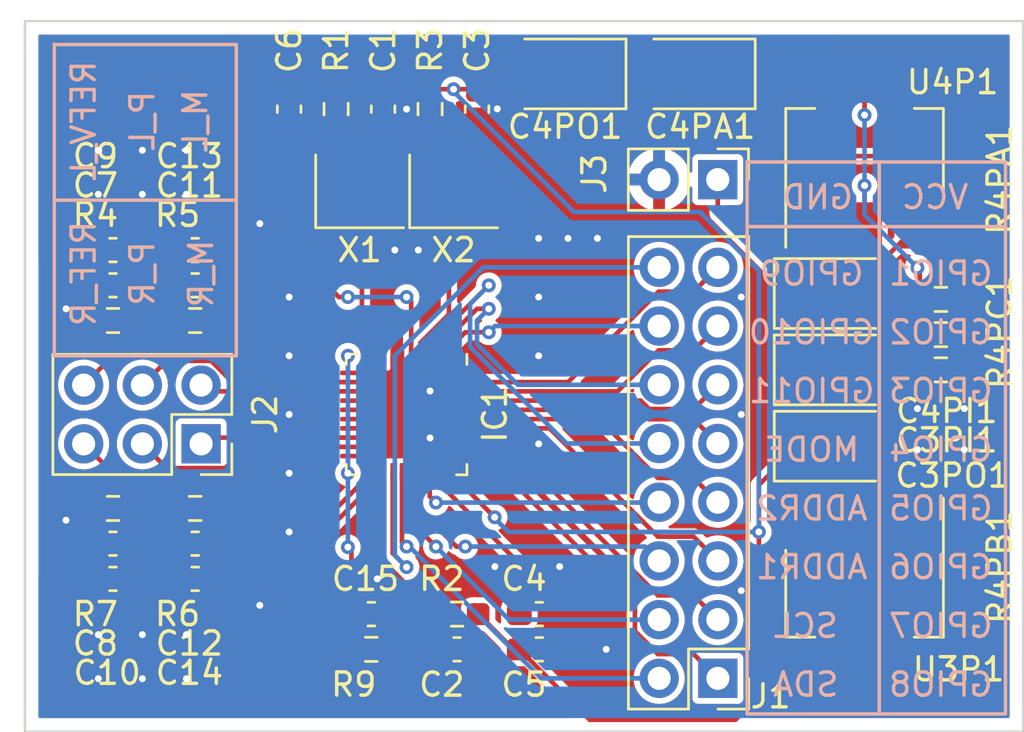
<source format=kicad_pcb>
(kicad_pcb (version 20211014) (generator pcbnew)
  (layers (0 "F.Cu" signal) (31 "B.Cu" signal) (34 "B.Paste" user) (35 "F.Paste" user) (36 "B.SilkS" user "B.Silkscreen") (37 "F.SilkS" user "F.Silkscreen") (38 "B.Mask" user) (39 "F.Mask" user) (44 "Edge.Cuts" user))
  (net 0 "")
  (net 1 "GNDD")
  (net 2 "+3V3")
  (net 3 "Net-(C2-Pad1)")
  (net 4 "Net-(C4-Pad1)")
  (net 5 "+4V")
  (net 6 "Net-(C7-Pad2)")
  (net 7 "Net-(C10-Pad2)")
  (net 8 "Net-(C13-Pad1)")
  (net 9 "Net-(C14-Pad1)")
  (net 10 "GNDA")
  (net 11 "Net-(IC1-Pad1)")
  (net 12 "Net-(IC1-Pad2)")
  (net 13 "Net-(IC1-Pad3)")
  (net 14 "Net-(IC1-Pad4)")
  (net 15 "Net-(IC1-Pad8)")
  (net 16 "Net-(IC1-Pad12)")
  (net 17 "Net-(IC1-Pad13)")
  (net 22 "Net-(IC1-Pad18)")
  (net 23 "Net-(IC1-Pad19)")
  (net 24 "Net-(IC1-Pad24)")
  (net 25 "Net-(IC1-Pad25)")
  (net 26 "Net-(IC1-Pad26)")
  (net 27 "Net-(IC1-Pad27)")
  (net 28 "Net-(IC1-Pad28)")
  (net 29 "Net-(IC1-Pad32)")
  (net 30 "Net-(IC1-Pad33)")
  (net 31 "Net-(IC1-Pad34)")
  (net 32 "Net-(IC1-Pad35)")
  (net 33 "Net-(IC1-Pad36)")
  (net 34 "Net-(IC1-Pad37)")
  (net 35 "Net-(IC1-Pad38)")
  (net 36 "Net-(IC1-Pad39)")
  (net 37 "Net-(U4P1-Pad3)")
  (net 38 "Net-(R1-Pad1)")
  (net 39 "Net-(R3-Pad1)")
  (net 40 "Net-(U4P1-Pad1)")
  (net 41 "Net-(R4PB1-Pad2)")
  (footprint "Capacitor_Tantalum_SMD:CP_EIA-3528-21_Kemet-B_Pad1.50x2.35mm_HandSolder" (layer "F.Cu") (at 163.322 119.99)
    (fp_text reference "C3PI1")
    (fp_text value "10uf")
  )
  (footprint "Capacitor_SMD:C_0603_1608Metric_Pad1.08x0.95mm_HandSolder" (layer "F.Cu") (at 146.9655 132.08)
    (fp_text reference "C2")
    (fp_text value "4u7")
  )
  (footprint "Capacitor_SMD:C_0603_1608Metric_Pad1.08x0.95mm_HandSolder" (layer "F.Cu") (at 132.08 129.032)
    (fp_text reference "C10")
    (fp_text value "0.1u")
  )
  (footprint "Connector_PinHeader_2.54mm:PinHeader_1x02_P2.54mm_Vertical" (layer "F.Cu") (at 158.242 111.76 -90)
    (fp_text reference "J3")
    (fp_text value "Conn_01x02_Male")
  )
  (footprint "Capacitor_Tantalum_SMD:CP_EIA-3528-21_Kemet-B_Pad1.50x2.35mm_HandSolder" (layer "F.Cu") (at 157.226 107.188 180)
    (fp_text reference "C4PA1")
    (fp_text value "10uf")
  )
  (footprint "Capacitor_SMD:C_0603_1608Metric_Pad1.08x0.95mm_HandSolder" (layer "F.Cu") (at 143.256 130.556)
    (fp_text reference "C15")
    (fp_text value "10u")
  )
  (footprint "Capacitor_SMD:C_0603_1608Metric_Pad1.08x0.95mm_HandSolder" (layer "F.Cu") (at 135.636 114.808 180)
    (fp_text reference "C13")
    (fp_text value "4u7")
  )
  (footprint "Capacitor_SMD:C_0603_1608Metric_Pad1.08x0.95mm_HandSolder" (layer "F.Cu") (at 132.08 127.508)
    (fp_text reference "C8")
    (fp_text value "10u")
  )
  (footprint "Capacitor_SMD:C_0603_1608Metric_Pad1.08x0.95mm_HandSolder" (layer "F.Cu") (at 135.636 127.508 180)
    (fp_text reference "C12")
    (fp_text value "1u")
  )
  (footprint "Resistor_SMD:R_0603_1608Metric_Pad0.98x0.95mm_HandSolder" (layer "F.Cu") (at 143.256 132.08)
    (fp_text reference "R9")
    (fp_text value "470")
  )
  (footprint "Capacitor_SMD:C_0603_1608Metric_Pad1.08x0.95mm_HandSolder" (layer "F.Cu") (at 132.08 116.332)
    (fp_text reference "C7")
    (fp_text value "10u")
  )
  (footprint "Package_TO_SOT_SMD:SOT-223-3_TabPin2" (layer "F.Cu") (at 164.592 129.642 -90)
    (fp_text reference "U3P1")
    (fp_text value "LM1117-3.3")
  )
  (footprint "Capacitor_SMD:C_0603_1608Metric_Pad1.08x0.95mm_HandSolder" (layer "F.Cu") (at 147.828 108.712 90)
    (fp_text reference "C3")
    (fp_text value "0.1u")
  )
  (footprint "Capacitor_SMD:C_0603_1608Metric_Pad1.08x0.95mm_HandSolder" (layer "F.Cu") (at 135.636 116.332)
    (fp_text reference "C11")
    (fp_text value "1u")
  )
  (footprint "Resistor_SMD:R_0603_1608Metric_Pad0.98x0.95mm_HandSolder" (layer "F.Cu") (at 145.796 108.712 90)
    (fp_text reference "R3")
    (fp_text value "47k")
  )
  (footprint "Resistor_SMD:R_0603_1608Metric_Pad0.98x0.95mm_HandSolder" (layer "F.Cu") (at 167.894 118.466)
    (fp_text reference "R4PB1")
    (fp_text value "2k2")
  )
  (footprint "Package_DFN_QFN:QFN-40-1EP_5x5mm_P0.4mm_EP3.8x3.8mm" (layer "F.Cu") (at 144.78 121.92 -90)
    (fp_text reference "IC1")
    (fp_text value "ES9822QPRO")
  )
  (footprint "Resistor_SMD:R_0603_1608Metric_Pad0.98x0.95mm_HandSolder" (layer "F.Cu") (at 167.894 119.99)
    (fp_text reference "R4PC1")
    (fp_text value "400")
  )
  (footprint "Capacitor_SMD:C_0603_1608Metric_Pad1.08x0.95mm_HandSolder" (layer "F.Cu") (at 132.08 114.808)
    (fp_text reference "C9")
    (fp_text value "0.1u")
  )
  (footprint "Resistor_SMD:R_0603_1608Metric_Pad0.98x0.95mm_HandSolder" (layer "F.Cu") (at 135.636 125.984)
    (fp_text reference "R6")
    (fp_text value "10k")
  )
  (footprint "Connector_PinHeader_2.54mm:PinHeader_2x08_P2.54mm_Vertical" (layer "F.Cu") (at 158.247 133.335 180)
    (fp_text reference "J1")
    (fp_text value "Conn_02x08_Counter_Clockwise")
  )
  (footprint "Capacitor_SMD:C_0603_1608Metric_Pad1.08x0.95mm_HandSolder" (layer "F.Cu") (at 139.7 108.712 90)
    (fp_text reference "C6")
    (fp_text value "1u")
  )
  (footprint "Capacitor_SMD:C_0603_1608Metric_Pad1.08x0.95mm_HandSolder" (layer "F.Cu") (at 135.636 129.032 180)
    (fp_text reference "C14")
    (fp_text value "4u7")
  )
  (footprint "Capacitor_Tantalum_SMD:CP_EIA-3528-21_Kemet-B_Pad1.50x2.35mm_HandSolder" (layer "F.Cu") (at 163.322 116.688)
    (fp_text reference "C4PI1")
    (fp_text value "10uf")
  )
  (footprint "Package_TO_SOT_SMD:SOT-223-3_TabPin2" (layer "F.Cu") (at 164.592 110.592 90)
    (fp_text reference "U4P1")
    (fp_text value "LM1117-ADJ")
  )
  (footprint "Capacitor_SMD:C_0603_1608Metric_Pad1.08x0.95mm_HandSolder" (layer "F.Cu") (at 143.764 108.712 90)
    (fp_text reference "C1")
    (fp_text value "0.1u")
  )
  (footprint "Capacitor_SMD:C_0603_1608Metric_Pad1.08x0.95mm_HandSolder" (layer "F.Cu") (at 150.5215 130.556)
    (fp_text reference "C4")
    (fp_text value "1u")
  )
  (footprint "Resistor_SMD:R_0603_1608Metric_Pad0.98x0.95mm_HandSolder" (layer "F.Cu") (at 146.9655 130.556 180)
    (fp_text reference "R2")
    (fp_text value "47k")
  )
  (footprint "Capacitor_SMD:C_0603_1608Metric_Pad1.08x0.95mm_HandSolder" (layer "F.Cu") (at 150.5215 132.08)
    (fp_text reference "C5")
    (fp_text value "1u")
  )
  (footprint "Resistor_SMD:R_0603_1608Metric_Pad0.98x0.95mm_HandSolder" (layer "F.Cu") (at 141.732 108.712 90)
    (fp_text reference "R1")
    (fp_text value "47k")
  )
  (footprint "Oscillator:Oscillator_SMD_Abracon_ASE-4Pin_3.2x2.5mm" (layer "F.Cu") (at 146.812 112.268)
    (fp_text reference "X2")
    (fp_text value "ASE-45.1584MHz")
  )
  (footprint "Resistor_SMD:R_0603_1608Metric_Pad0.98x0.95mm_HandSolder" (layer "F.Cu") (at 132.08 117.856 180)
    (fp_text reference "R4")
    (fp_text value "10k")
  )
  (footprint "Connector_PinSocket_2.54mm:PinSocket_2x03_P2.54mm_Vertical" (layer "F.Cu") (at 135.89 123.19 -90)
    (fp_text reference "J2")
    (fp_text value "Conn_02x03_Counter_Clockwise")
  )
  (footprint "Resistor_SMD:R_0603_1608Metric_Pad0.98x0.95mm_HandSolder" (layer "F.Cu") (at 167.894 116.942)
    (fp_text reference "R4PA1")
    (fp_text value "1k")
  )
  (footprint "Resistor_SMD:R_0603_1608Metric_Pad0.98x0.95mm_HandSolder" (layer "F.Cu") (at 135.636 117.856)
    (fp_text reference "R5")
    (fp_text value "10k")
  )
  (footprint "Resistor_SMD:R_0603_1608Metric_Pad0.98x0.95mm_HandSolder" (layer "F.Cu") (at 132.08 125.984 180)
    (fp_text reference "R7")
    (fp_text value "10k")
  )
  (footprint "Capacitor_Tantalum_SMD:CP_EIA-3528-21_Kemet-B_Pad1.50x2.35mm_HandSolder" (layer "F.Cu") (at 163.322 123.292)
    (fp_text reference "C3PO1")
    (fp_text value "100uf")
  )
  (footprint "Capacitor_Tantalum_SMD:CP_EIA-3528-21_Kemet-B_Pad1.50x2.35mm_HandSolder" (layer "F.Cu") (at 151.638 107.188 180)
    (fp_text reference "C4PO1")
    (fp_text value "100uf")
  )
  (footprint "Oscillator:Oscillator_SMD_Abracon_ASE-4Pin_3.2x2.5mm" (layer "F.Cu") (at 142.748 112.268)
    (fp_text reference "X1")
    (fp_text value "ASE-49.152MHz")
  )
  (gr_line (start 165.227 110.998) (end 165.227 134.874) (layer "B.SilkS") (width 0.15))
  (gr_rect (start 170.688 110.998) (end 159.512 134.874) (layer "B.SilkS") (width 0.15) (fill none))
  (gr_line (start 159.512 113.792) (end 170.688 113.792) (layer "B.SilkS") (width 0.15))
  (gr_rect (start 137.414 119.38) (end 129.54 105.918) (layer "B.SilkS") (width 0.15) (fill none))
  (gr_line (start 129.54 112.649) (end 137.414 112.649) (layer "B.SilkS") (width 0.15))
  (gr_rect (start 128.27 104.902) (end 171.45 135.636) (layer "Edge.Cuts") (width 0.1) (fill none))
  (gr_text "P_R" (at 133.35 115.824 90) (layer "B.SilkS") (effects (font (size 1 1)) (justify mirror)))
  (gr_text "GPIO8" (at 167.894 133.604) (layer "B.SilkS") (effects (font (size 1 1)) (justify mirror)))
  (gr_text "GPIO10" (at 162.306 118.364) (layer "B.SilkS") (effects (font (size 1 1)) (justify mirror)))
  (gr_text "SCL" (at 162.052 131.064) (layer "B.SilkS") (effects (font (size 1 1)) (justify mirror)))
  (gr_text "GPIO6" (at 167.894 128.524) (layer "B.SilkS") (effects (font (size 1 1)) (justify mirror)))
  (gr_text "ADDR1" (at 162.306 128.524) (layer "B.SilkS") (effects (font (size 1 1)) (justify mirror)))
  (gr_text "GPIO11" (at 162.306 120.904) (layer "B.SilkS") (effects (font (size 1 1)) (justify mirror)))
  (gr_text "ADDR2" (at 162.306 125.984) (layer "B.SilkS") (effects (font (size 1 1)) (justify mirror)))
  (gr_text "GPIO7" (at 167.894 131.064) (layer "B.SilkS") (effects (font (size 1 1)) (justify mirror)))
  (gr_text "GPIO2" (at 167.894 118.364) (layer "B.SilkS") (effects (font (size 1 1)) (justify mirror)))
  (gr_text "M_L" (at 135.636 109.22 90) (layer "B.SilkS") (effects (font (size 1 1)) (justify mirror)))
  (gr_text "GPIO5" (at 167.894 125.984) (layer "B.SilkS") (effects (font (size 1 1)) (justify mirror)))
  (gr_text "MODE" (at 162.306 123.444) (layer "B.SilkS") (effects (font (size 1 1)) (justify mirror)))
  (gr_text "REFV_L" (at 130.81 109.22 90) (layer "B.SilkS") (effects (font (size 1 1)) (justify mirror)))
  (gr_text "GPIO4" (at 167.894 123.444) (layer "B.SilkS") (effects (font (size 1 1)) (justify mirror)))
  (gr_text "GND" (at 162.56 112.522) (layer "B.SilkS") (effects (font (size 1 1)) (justify mirror)))
  (gr_text "GPIO1" (at 167.894 115.824) (layer "B.SilkS") (effects (font (size 1 1)) (justify mirror)))
  (gr_text "GPIO9" (at 162.306 115.824) (layer "B.SilkS") (effects (font (size 1 1)) (justify mirror)))
  (gr_text "P_L" (at 133.35 109.22 90) (layer "B.SilkS") (effects (font (size 1 1)) (justify mirror)))
  (gr_text "GPIO3" (at 167.894 120.904) (layer "B.SilkS") (effects (font (size 1 1)) (justify mirror)))
  (gr_text "M_R" (at 135.89 115.824 90) (layer "B.SilkS") (effects (font (size 1 1)) (justify mirror)))
  (gr_text "SDA" (at 162.052 133.604) (layer "B.SilkS") (effects (font (size 1 1)) (justify mirror)))
  (gr_text "REF_R" (at 130.81 115.824 90) (layer "B.SilkS") (effects (font (size 1 1)) (justify mirror)))
  (gr_text "VCC\n" (at 167.64 112.522) (layer "B.SilkS") (effects (font (size 1 1)) (justify mirror)))
  (segment (start 135.128 116.332) (end 135.76148 116.96548) (width 0.2) (layer "F.Cu") (net 1))
  (segment (start 151.384 127.508) (end 151.384 128.484) (width 0.2) (layer "F.Cu") (net 1))
  (segment (start 144.58 119.4325) (end 144.58 121.72) (width 0.2) (layer "F.Cu") (net 1))
  (segment (start 147.828 119.38) (end 147.828 119.888) (width 0.2) (layer "F.Cu") (net 1))
  (segment (start 136.144 124.968) (end 139.192 124.968) (width 0.2) (layer "F.Cu") (net 1))
  (segment (start 147.2675 123.72) (end 146.58 123.72) (width 0.2) (layer "F.Cu") (net 1))
  (segment (start 144.18 119.4325) (end 144.18 121.32) (width 0.2) (layer "F.Cu") (net 1))
  (segment (start 147.2675 123.72) (end 147.596 123.72) (width 0.2) (layer "F.Cu") (net 1))
  (segment (start 144.78 108.712) (end 143.9175 109.5745) (width 0.2) (layer "F.Cu") (net 1))
  (segment (start 151.384 128.484) (end 151.4 128.5) (width 0.2) (layer "F.Cu") (net 1))
  (segment (start 144.1185 130.556) (end 144.1185 132.03) (width 0.2) (layer "F.Cu") (net 1))
  (segment (start 135.76148 126.52002) (end 135.76148 125.35052) (width 0.2) (layer "F.Cu") (net 1))
  (segment (start 134.7735 116.332) (end 135.128 116.332) (width 0.2) (layer "F.Cu") (net 1))
  (segment (start 145.796 120.904) (end 144.78 121.92) (width 0.2) (layer "F.Cu") (net 1))
  (segment (start 147.828 119.888) (end 147.596 120.12) (width 0.2) (layer "F.Cu") (net 1))
  (segment (start 136.472969 119.200969) (end 139.520969 119.200969) (width 0.2) (layer "F.Cu") (net 1))
  (segment (start 146.58 120.12) (end 145.796 120.904) (width 0.2) (layer "F.Cu") (net 1))
  (segment (start 144.58 121.72) (end 144.78 121.92) (width 0.2) (layer "F.Cu") (net 1))
  (segment (start 134.7735 127.508) (end 135.76148 126.52002) (width 0.2) (layer "F.Cu") (net 1))
  (segment (start 146.58 123.72) (end 145.796 122.936) (width 0.2) (layer "F.Cu") (net 1))
  (segment (start 135.76148 125.35052) (end 136.144 124.968) (width 0.2) (layer "F.Cu") (net 1))
  (segment (start 147.2675 120.12) (end 146.58 120.12) (width 0.2) (layer "F.Cu") (net 1))
  (segment (start 147.596 120.12) (end 147.2675 120.12) (width 0.2) (layer "F.Cu") (net 1))
  (segment (start 144.18 121.32) (end 144.78 121.92) (width 0.2) (layer "F.Cu") (net 1))
  (segment (start 144.94302 132.85452) (end 147.05348 132.85452) (width 0.2) (layer "F.Cu") (net 1))
  (segment (start 135.76148 118.48948) (end 136.472969 119.200969) (width 0.2) (layer "F.Cu") (net 1))
  (segment (start 147.05348 132.85452) (end 147.828 132.08) (width 0.2) (layer "F.Cu") (net 1))
  (segment (start 143.9175 109.5745) (end 143.764 109.5745) (width 0.2) (layer "F.Cu") (net 1))
  (segment (start 144.1685 132.08) (end 144.94302 132.85452) (width 0.2) (layer "F.Cu") (net 1))
  (segment (start 150.495 119.38) (end 147.828 119.38) (width 0.2) (layer "F.Cu") (net 1))
  (segment (start 145.796 122.936) (end 144.78 121.92) (width 0.2) (layer "F.Cu") (net 1))
  (segment (start 144.1185 132.03) (end 144.1685 132.08) (width 0.2) (layer "F.Cu") (net 1))
  (segment (start 139.520969 119.200969) (end 139.7 119.38) (width 0.2) (layer "F.Cu") (net 1))
  (segment (start 139.192 124.968) (end 139.7 124.46) (width 0.2) (layer "F.Cu") (net 1))
  (segment (start 147.596 123.72) (end 151.384 127.508) (width 0.2) (layer "F.Cu") (net 1))
  (segment (start 148.70375 108.69875) (end 147.828 109.5745) (width 0.2) (layer "F.Cu") (net 1))
  (segment (start 135.76148 116.96548) (end 135.76148 118.48948) (width 0.2) (layer "F.Cu") (net 1))
  (via (at 159.258 116.84) (size 0.6) (drill 0.3) (layers "F.Cu" "B.Cu") (net 1))
  (via (at 130.048 117.348) (size 0.6) (drill 0.3) (layers "F.Cu" "B.Cu") (net 1))
  (via (at 151.4 128.5) (size 0.6) (drill 0.3) (layers "F.Cu" "B.Cu") (net 1))
  (via (at 150.495 119.38) (size 0.6) (drill 0.3) (layers "F.Cu" "B.Cu") (net 1))
  (via (at 135.255 110.49) (size 0.6) (drill 0.3) (layers "F.Cu" "B.Cu") (net 1))
  (via (at 139.7 119.38) (size 0.6) (drill 0.3) (layers "F.Cu" "B.Cu") (net 1))
  (via (at 130.048 126.492) (size 0.6) (drill 0.3) (layers "F.Cu" "B.Cu") (net 1))
  (via (at 131.445 131.445) (size 0.6) (drill 0.3) (layers "F.Cu" "B.Cu") (net 1))
  (via (at 153.035 114.3) (size 0.6) (drill 0.3) (layers "F.Cu" "B.Cu") (net 1))
  (via (at 131.445 110.49) (size 0.6) (drill 0.3) (layers "F.Cu" "B.Cu") (net 1))
  (via (at 135.255 112.395) (size 0.6) (drill 0.3) (layers "F.Cu" "B.Cu") (net 1))
  (via (at 148.6 128.5) (size 0.6) (drill 0.3) (layers "F.Cu" "B.Cu") (net 1))
  (via (at 131.445 133.35) (size 0.6) (drill 0.3) (layers "F.Cu" "B.Cu") (net 1))
  (via (at 159.258 129.54) (size 0.6) (drill 0.3) (layers "F.Cu" "B.Cu") (net 1))
  (via (at 138.43 130.175) (size 0.6) (drill 0.3) (layers "F.Cu" "B.Cu") (net 1))
  (via (at 133.35 112.395) (size 0.6) (drill 0.3) (layers "F.Cu" "B.Cu") (net 1))
  (via (at 144.272 114.808) (size 0.6) (drill 0.3) (layers "F.Cu" "B.Cu") (net 1))
  (via (at 133.35 133.35) (size 0.6) (drill 0.3) (layers "F.Cu" "B.Cu") (net 1))
  (via (at 150.495 114.3) (size 0.6) (drill 0.3) (layers "F.Cu" "B.Cu") (net 1))
  (via (at 133.35 110.49) (size 0.6) (drill 0.3) (layers "F.Cu" "B.Cu") (net 1))
  (via (at 150.495 123.19) (size 0.6) (drill 0.3) (layers "F.Cu" "B.Cu") (net 1))
  (via (at 148.70375 108.69875) (size 0.6) (drill 0.3) (layers "F.Cu" "B.Cu") (net 1))
  (via (at 153.416 132.08) (size 0.6) (drill 0.3) (layers "F.Cu" "B.Cu") (net 1))
  (via (at 159.258 121.92) (size 0.6) (drill 0.3) (layers "F.Cu" "B.Cu") (net 1))
  (via (at 151.765 114.3) (size 0.6) (drill 0.3) (layers "F.Cu" "B.Cu") (net 1))
  (via (at 166.878 123.444) (size 0.6) (drill 0.3) (layers "F.Cu" "B.Cu") (net 1))
  (via (at 139.7 124.46) (size 0.6) (drill 0.3) (layers "F.Cu" "B.Cu") (net 1))
  (via (at 145.796 120.904) (size 0.6) (drill 0.3) (layers "F.Cu" "B.Cu") (net 1))
  (via (at 144.78 108.712) (size 0.6) (drill 0.3) (layers "F.Cu" "B.Cu") (net 1))
  (via (at 150.495 116.84) (size 0.6) (drill 0.3) (layers "F.Cu" "B.Cu") (net 1))
  (via (at 145.796 122.936) (size 0.6) (drill 0.3) (layers "F.Cu" "B.Cu") (net 1))
  (via (at 133.35 131.445) (size 0.6) (drill 0.3) (layers "F.Cu" "B.Cu") (net 1))
  (via (at 139.7 127) (size 0.6) (drill 0.3) (layers "F.Cu" "B.Cu") (net 1))
  (via (at 168.91 121.666) (size 0.6) (drill 0.3) (layers "F.Cu" "B.Cu") (net 1))
  (via (at 168.91 123.444) (size 0.6) (drill 0.3) (layers "F.Cu" "B.Cu") (net 1))
  (via (at 139.7 121.92) (size 0.6) (drill 0.3) (layers "F.Cu" "B.Cu") (net 1))
  (via (at 138.43 113.665) (size 0.6) (drill 0.3) (layers "F.Cu" "B.Cu") (net 1))
  (via (at 143.51 129.032) (size 0.6) (drill 0.3) (layers "F.Cu" "B.Cu") (net 1))
  (via (at 145.288 114.808) (size 0.6) (drill 0.3) (layers "F.Cu" "B.Cu") (net 1))
  (via (at 135.255 131.445) (size 0.6) (drill 0.3) (layers "F.Cu" "B.Cu") (net 1))
  (via (at 131.445 112.395) (size 0.6) (drill 0.3) (layers "F.Cu" "B.Cu") (net 1))
  (via (at 135.255 133.35) (size 0.6) (drill 0.3) (layers "F.Cu" "B.Cu") (net 1))
  (via (at 166.878 121.666) (size 0.6) (drill 0.3) (layers "F.Cu" "B.Cu") (net 1))
  (via (at 139.7 116.84) (size 0.6) (drill 0.3) (layers "F.Cu" "B.Cu") (net 1))
  (segment (start 160.02 127) (end 160.02 124.969) (width 0.2) (layer "F.Cu") (net 2))
  (segment (start 146.6325 124.4075) (end 148.59 126.365) (width 0.2) (layer "F.Cu") (net 2))
  (segment (start 146.57052 108.57402) (end 146.57052 110.63448) (width 0.2) (layer "F.Cu") (net 2))
  (segment (start 164.592 132.792) (end 161.24 132.792) (width 0.2) (layer "F.Cu") (net 2))
  (segment (start 146.9125 107.8495) (end 145.846 107.8495) (width 0.2) (layer "F.Cu") (net 2))
  (segment (start 152.707 135.128) (end 159.004 135.128) (width 0.2) (layer "F.Cu") (net 2))
  (segment (start 160.02 124.969) (end 161.697 123.292) (width 0.2) (layer "F.Cu") (net 2))
  (segment (start 141.732 107.7995) (end 142.50652 108.57402) (width 0.2) (layer "F.Cu") (net 2))
  (segment (start 161.24 132.792) (end 160.02 131.572) (width 0.2) (layer "F.Cu") (net 2))
  (segment (start 160.02 131.572) (end 160.02 127) (width 0.2) (layer "F.Cu") (net 2))
  (segment (start 164.592 126.492) (end 164.592 132.792) (width 0.2) (layer "F.Cu") (net 2))
  (segment (start 145.796 107.7995) (end 143.814 107.7995) (width 0.2) (layer "F.Cu") (net 2))
  (segment (start 143.814 107.7995) (end 143.764 107.8495) (width 0.2) (layer "F.Cu") (net 2))
  (segment (start 149.402 132.08) (end 149.659 132.08) (width 0.2) (layer "F.Cu") (net 2))
  (segment (start 142.50652 110.63448) (end 141.698 111.443) (width 0.2) (layer "F.Cu") (net 2))
  (segment (start 146.58 124.4075) (end 146.6325 124.4075) (width 0.2) (layer "F.Cu") (net 2))
  (segment (start 159.004 135.128) (end 160.02 134.112) (width 0.2) (layer "F.Cu") (net 2))
  (segment (start 145.796 107.7995) (end 146.57052 108.57402) (width 0.2) (layer "F.Cu") (net 2))
  (segment (start 160.02 134.112) (end 161.34 132.792) (width 0.2) (layer "F.Cu") (net 2))
  (segment (start 145.846 107.8495) (end 145.796 107.7995) (width 0.2) (layer "F.Cu") (net 2))
  (segment (start 160.02 134.112) (end 160.02 132.842) (width 0.2) (layer "F.Cu") (net 2))
  (segment (start 142.50652 108.57402) (end 142.50652 110.63448) (width 0.2) (layer "F.Cu") (net 2))
  (segment (start 160.02 132.842) (end 160.02 131.572) (width 0.2) (layer "F.Cu") (net 2))
  (segment (start 149.659 132.08) (end 152.707 135.128) (width 0.2) (layer "F.Cu") (net 2))
  (segment (start 143.764 107.8495) (end 141.782 107.8495) (width 0.2) (layer "F.Cu") (net 2))
  (segment (start 147.878 130.556) (end 149.402 132.08) (width 0.2) (layer "F.Cu") (net 2))
  (segment (start 146.57052 110.63448) (end 145.762 111.443) (width 0.2) (layer "F.Cu") (net 2))
  (segment (start 141.782 107.8495) (end 141.732 107.7995) (width 0.2) (layer "F.Cu") (net 2))
  (segment (start 147.828 107.8495) (end 146.9125 107.8495) (width 0.2) (layer "F.Cu") (net 2))
  (segment (start 160.07 132.792) (end 160.02 132.842) (width 0.2) (layer "F.Cu") (net 2))
  (segment (start 161.34 132.792) (end 161.29 132.842) (width 0.2) (layer "F.Cu") (net 2))
  (segment (start 161.34 132.792) (end 160.07 132.792) (width 0.2) (layer "F.Cu") (net 2))
  (segment (start 161.34 132.792) (end 164.592 132.792) (width 0.2) (layer "F.Cu") (net 2))
  (via (at 160.02 127) (size 0.6) (drill 0.3) (layers "F.Cu" "B.Cu") (net 2))
  (via (at 146.812 107.8495) (size 0.6) (drill 0.3) (layers "F.Cu" "B.Cu") (net 2))
  (via (at 148.59 126.365) (size 0.6) (drill 0.3) (layers "F.Cu" "B.Cu") (net 2))
  (segment (start 160.02 127) (end 149.183822 127) (width 0.2) (layer "B.Cu") (net 2))
  (segment (start 157.481166 113.163511) (end 152.025511 113.163511) (width 0.2) (layer "B.Cu") (net 2))
  (segment (start 149.183822 127) (end 148.759911 126.576089) (width 0.2) (layer "B.Cu") (net 2))
  (segment (start 160.02 127) (end 160.02 115.702345) (width 0.2) (layer "B.Cu") (net 2))
  (segment (start 152.025511 113.163511) (end 146.812 107.95) (width 0.2) (layer "B.Cu") (net 2))
  (segment (start 160.02 115.702345) (end 157.481166 113.163511) (width 0.2) (layer "B.Cu") (net 2))
  (segment (start 146.053 130.556) (end 143.78 128.283) (width 0.2) (layer "F.Cu") (net 3))
  (segment (start 143.78 128.283) (end 143.78 124.4075) (width 0.2) (layer "F.Cu") (net 3))
  (segment (start 146.103 132.08) (end 146.103 130.606) (width 0.2) (layer "F.Cu") (net 3))
  (segment (start 146.103 130.606) (end 146.053 130.556) (width 0.2) (layer "F.Cu") (net 3))
  (segment (start 149.613705 128.323) (end 146.18 124.889295) (width 0.2) (layer "F.Cu") (net 4))
  (segment (start 149.659 130.556) (end 149.659 128.323) (width 0.2) (layer "F.Cu") (net 4))
  (segment (start 146.18 124.889295) (end 146.18 124.4075) (width 0.2) (layer "F.Cu") (net 4))
  (segment (start 149.659 128.323) (end 149.613705 128.323) (width 0.2) (layer "F.Cu") (net 4))
  (segment (start 138.92548 108.79998) (end 138.92548 107.32706) (width 0.2) (layer "F.Cu") (net 5))
  (segment (start 153.398862 107.188) (end 153.263 107.188) (width 0.2) (layer "F.Cu") (net 5))
  (segment (start 130.69506 114.03348) (end 135.36948 114.03348) (width 0.2) (layer "F.Cu") (net 5))
  (segment (start 140.58854 105.664) (end 151.739 105.664) (width 0.2) (layer "F.Cu") (net 5))
  (segment (start 136.5485 125.984) (end 141.732 125.984) (width 0.2) (layer "F.Cu") (net 5))
  (segment (start 136.4985 116.332) (end 136.4985 117.806) (width 0.2) (layer "F.Cu") (net 5))
  (segment (start 154.873382 105.71348) (end 153.398862 107.188) (width 0.2) (layer "F.Cu") (net 5))
  (segment (start 129.032 128.524) (end 129.032 115.69654) (width 0.2) (layer "F.Cu") (net 5))
  (segment (start 135.36948 114.03348) (end 135.636 114.3) (width 0.2) (layer "F.Cu") (net 5))
  (segment (start 136.4985 116.332) (end 135.636 115.4695) (width 0.2) (layer "F.Cu") (net 5))
  (segment (start 139.7 114.693988) (end 141.846012 116.84) (width 0.2) (layer "F.Cu") (net 5))
  (segment (start 141.732 117.856) (end 142.98 119.104) (width 0.2) (layer "F.Cu") (net 5))
  (segment (start 135.636 129.46646) (end 135.29594 129.80652) (width 0.2) (layer "F.Cu") (net 5))
  (segment (start 136.4985 127.508) (end 135.636 128.3705) (width 0.2) (layer "F.Cu") (net 5))
  (segment (start 164.592 113.742) (end 164.592 112.014) (width 0.2) (layer "F.Cu") (net 5))
  (segment (start 139.7 109.5745) (end 139.7 114.693988) (width 0.2) (layer "F.Cu") (net 5))
  (segment (start 138.92548 107.32706) (end 140.58854 105.664) (width 0.2) (layer "F.Cu") (net 5))
  (segment (start 141.732 125.984) (end 142.98 124.736) (width 0.2) (layer "F.Cu") (net 5))
  (segment (start 162.86348 105.71348) (end 154.873382 105.71348) (width 0.2) (layer "F.Cu") (net 5))
  (segment (start 129.032 115.69654) (end 130.69506 114.03348) (width 0.2) (layer "F.Cu") (net 5))
  (segment (start 135.636 128.3705) (end 135.636 129.46646) (width 0.2) (layer "F.Cu") (net 5))
  (segment (start 135.636 113.6385) (end 139.7 109.5745) (width 0.2) (layer "F.Cu") (net 5))
  (segment (start 166.9815 116.942) (end 166.9815 115.6735) (width 0.2) (layer "F.Cu") (net 5))
  (segment (start 166.9815 115.6735) (end 166.878 115.57) (width 0.2) (layer "F.Cu") (net 5))
  (segment (start 135.636 115.4695) (end 135.636 113.792) (width 0.2) (layer "F.Cu") (net 5))
  (segment (start 142.98 124.736) (end 142.98 124.4075) (width 0.2) (layer "F.Cu") (net 5))
  (segment (start 135.39452 114.03348) (end 135.636 113.792) (width 0.2) (layer "F.Cu") (net 5))
  (segment (start 142.98 119.104) (end 142.98 119.4325) (width 0.2) (layer "F.Cu") (net 5))
  (segment (start 130.31452 129.80652) (end 129.032 128.524) (width 0.2) (layer "F.Cu") (net 5))
  (segment (start 135.29594 129.80652) (end 130.31452 129.80652) (width 0.2) (layer "F.Cu") (net 5))
  (segment (start 135.36948 114.03348) (end 135.39452 114.03348) (width 0.2) (layer "F.Cu") (net 5))
  (segment (start 136.4985 126.034) (end 136.5485 125.984) (width 0.2) (layer "F.Cu") (net 5))
  (segment (start 151.739 105.664) (end 153.263 107.188) (width 0.2) (layer "F.Cu") (net 5))
  (segment (start 144.98 119.4325) (end 144.98 117.04) (width 0.2) (layer "F.Cu") (net 5))
  (segment (start 139.7 109.5745) (end 138.92548 108.79998) (width 0.2) (layer "F.Cu") (net 5))
  (segment (start 136.4985 117.806) (end 136.5485 117.856) (width 0.2) (layer "F.Cu") (net 5))
  (segment (start 141.846012 116.84) (end 142.24 116.84) (width 0.2) (layer "F.Cu") (net 5))
  (segment (start 136.4985 127.508) (end 136.4985 126.034) (width 0.2) (layer "F.Cu") (net 5))
  (segment (start 164.592 107.442) (end 164.592 108.966) (width 0.2) (layer "F.Cu") (net 5))
  (segment (start 141.732 117.856) (end 136.5485 117.856) (width 0.2) (layer "F.Cu") (net 5))
  (segment (start 135.636 113.792) (end 135.636 113.6385) (width 0.2) (layer "F.Cu") (net 5))
  (segment (start 164.592 107.442) (end 162.86348 105.71348) (width 0.2) (layer "F.Cu") (net 5))
  (via (at 164.592 108.966) (size 0.6) (drill 0.3) (layers "F.Cu" "B.Cu") (net 5))
  (via (at 142.24 116.84) (size 0.6) (drill 0.3) (layers "F.Cu" "B.Cu") (net 5))
  (via (at 164.592 112.014) (size 0.6) (drill 0.3) (layers "F.Cu" "B.Cu") (net 5))
  (via (at 144.78 116.84) (size 0.6) (drill 0.3) (layers "F.Cu" "B.Cu") (net 5))
  (via (at 166.878 115.57) (size 0.6) (drill 0.3) (layers "F.Cu" "B.Cu") (net 5))
  (segment (start 164.592 113.284) (end 166.878 115.57) (width 0.2) (layer "B.Cu") (net 5))
  (segment (start 164.592 108.966) (end 164.592 112.014) (width 0.2) (layer "B.Cu") (net 5))
  (segment (start 142.24 116.84) (end 144.78 116.84) (width 0.2) (layer "B.Cu") (net 5))
  (segment (start 164.592 112.014) (end 164.592 113.284) (width 0.2) (layer "B.Cu") (net 5))
  (segment (start 132.9425 117.806) (end 132.9925 117.856) (width 0.2) (layer "F.Cu") (net 6))
  (segment (start 132.9925 117.856) (end 132.9925 118.4675) (width 0.2) (layer "F.Cu") (net 6))
  (segment (start 132.9425 116.332) (end 132.9425 117.806) (width 0.2) (layer "F.Cu") (net 6))
  (segment (start 132.9925 117.856) (end 134.7235 117.856) (width 0.2) (layer "F.Cu") (net 6))
  (segment (start 132.9925 118.4675) (end 130.81 120.65) (width 0.2) (layer "F.Cu") (net 6))
  (segment (start 132.9425 114.808) (end 132.9425 116.332) (width 0.2) (layer "F.Cu") (net 6))
  (segment (start 132.9925 127.458) (end 132.9425 127.508) (width 0.2) (layer "F.Cu") (net 7))
  (segment (start 132.9925 125.984) (end 132.9925 125.3725) (width 0.2) (layer "F.Cu") (net 7))
  (segment (start 132.9925 125.984) (end 134.7235 125.984) (width 0.2) (layer "F.Cu") (net 7))
  (segment (start 132.9925 125.984) (end 132.9925 127.458) (width 0.2) (layer "F.Cu") (net 7))
  (segment (start 132.9925 125.3725) (end 130.81 123.19) (width 0.2) (layer "F.Cu") (net 7))
  (segment (start 132.9425 127.508) (end 132.9425 129.032) (width 0.2) (layer "F.Cu") (net 7))
  (segment (start 139.249006 114.808) (end 143.38 118.938994) (width 0.2) (layer "F.Cu") (net 8))
  (segment (start 136.4985 114.808) (end 139.249006 114.808) (width 0.2) (layer "F.Cu") (net 8))
  (segment (start 143.38 118.938994) (end 143.38 119.4325) (width 0.2) (layer "F.Cu") (net 8))
  (segment (start 136.4985 129.032) (end 139.249006 129.032) (width 0.2) (layer "F.Cu") (net 9))
  (segment (start 143.38 124.901006) (end 143.38 124.4075) (width 0.2) (layer "F.Cu") (net 9))
  (segment (start 139.249006 129.032) (end 143.38 124.901006) (width 0.2) (layer "F.Cu") (net 9))
  (segment (start 142.24 124.46) (end 142.24 123.7725) (width 0.2) (layer "F.Cu") (net 10))
  (segment (start 142.3935 130.556) (end 142.3935 132.03) (width 0.2) (layer "F.Cu") (net 10))
  (segment (start 142.3935 132.03) (end 142.3435 132.08) (width 0.2) (layer "F.Cu") (net 10))
  (segment (start 142.24 123.7725) (end 142.2925 123.72) (width 0.2) (layer "F.Cu") (net 10))
  (segment (start 142.24 119.38) (end 142.24 120.0675) (width 0.2) (layer "F.Cu") (net 10))
  (segment (start 142.3935 130.556) (end 142.3935 127.8135) (width 0.2) (layer "F.Cu") (net 10))
  (segment (start 142.24 120.0675) (end 142.2925 120.12) (width 0.2) (layer "F.Cu") (net 10))
  (segment (start 142.3935 127.8135) (end 142.24 127.66) (width 0.2) (layer "F.Cu") (net 10))
  (via (at 142.24 124.46) (size 0.6) (drill 0.3) (layers "F.Cu" "B.Cu") (net 10))
  (via (at 142.24 127.66) (size 0.6) (drill 0.3) (layers "F.Cu" "B.Cu") (net 10))
  (via (at 142.24 119.38) (size 0.6) (drill 0.3) (layers "F.Cu" "B.Cu") (net 10))
  (segment (start 142.24 127.66) (end 142.24 124.46) (width 0.2) (layer "B.Cu") (net 10))
  (segment (start 142.24 124.46) (end 142.24 119.38) (width 0.2) (layer "B.Cu") (net 10))
  (segment (start 146.58 119.104) (end 147.32 118.364) (width 0.2) (layer "F.Cu") (net 11))
  (segment (start 147.32 118.364) (end 148.336 118.364) (width 0.2) (layer "F.Cu") (net 11))
  (segment (start 146.58 119.4325) (end 146.58 119.104) (width 0.2) (layer "F.Cu") (net 11))
  (via (at 148.336 118.364) (size 0.6) (drill 0.3) (layers "F.Cu" "B.Cu") (net 11))
  (segment (start 148.605 118.095) (end 155.707 118.095) (width 0.2) (layer "B.Cu") (net 11))
  (segment (start 148.336 118.364) (end 148.605 118.095) (width 0.2) (layer "B.Cu") (net 11))
  (segment (start 147.828 117.348) (end 148.336 117.348) (width 0.2) (layer "F.Cu") (net 12))
  (segment (start 146.18 119.4325) (end 146.18 118.996) (width 0.2) (layer "F.Cu") (net 12))
  (segment (start 146.18 118.996) (end 147.828 117.348) (width 0.2) (layer "F.Cu") (net 12))
  (via (at 148.336 117.348) (size 0.6) (drill 0.3) (layers "F.Cu" "B.Cu") (net 12))
  (segment (start 147.828 118.872) (end 149.591 120.635) (width 0.2) (layer "B.Cu") (net 12))
  (segment (start 148.336 117.348) (end 147.828 117.856) (width 0.2) (layer "B.Cu") (net 12))
  (segment (start 147.828 117.856) (end 147.828 118.872) (width 0.2) (layer "B.Cu") (net 12))
  (segment (start 149.591 120.635) (end 155.707 120.635) (width 0.2) (layer "B.Cu") (net 12))
  (segment (start 145.78 118.888) (end 148.336 116.332) (width 0.2) (layer "F.Cu") (net 13))
  (segment (start 145.78 119.4325) (end 145.78 118.888) (width 0.2) (layer "F.Cu") (net 13))
  (via (at 148.336 116.332) (size 0.6) (drill 0.3) (layers "F.Cu" "B.Cu") (net 13))
  (segment (start 147.52849 118.996062) (end 151.707428 123.175) (width 0.2) (layer "B.Cu") (net 13))
  (segment (start 147.52849 117.13951) (end 147.52849 118.996062) (width 0.2) (layer "B.Cu") (net 13))
  (segment (start 151.707428 123.175) (end 155.707 123.175) (width 0.2) (layer "B.Cu") (net 13))
  (segment (start 148.336 116.332) (end 147.52849 117.13951) (width 0.2) (layer "B.Cu") (net 13))
  (segment (start 147.862 111.443) (end 146.611511 112.693489) (width 0.2) (layer "F.Cu") (net 14))
  (segment (start 146.611511 117.59) (end 145.37952 118.821991) (width 0.2) (layer "F.Cu") (net 14))
  (segment (start 145.37952 119.43202) (end 145.38 119.4325) (width 0.2) (layer "F.Cu") (net 14))
  (segment (start 145.37952 118.821991) (end 145.37952 119.43202) (width 0.2) (layer "F.Cu") (net 14))
  (segment (start 146.611511 112.693489) (end 146.611511 117.59) (width 0.2) (layer "F.Cu") (net 14))
  (segment (start 143.573 111.443) (end 142.848489 112.167511) (width 0.2) (layer "F.Cu") (net 15))
  (segment (start 142.848489 117.983897) (end 143.78 118.915408) (width 0.2) (layer "F.Cu") (net 15))
  (segment (start 143.798 111.443) (end 143.573 111.443) (width 0.2) (layer "F.Cu") (net 15))
  (segment (start 143.78 118.915408) (end 143.78 119.4325) (width 0.2) (layer "F.Cu") (net 15))
  (segment (start 142.848489 112.167511) (end 142.848489 117.983897) (width 0.2) (layer "F.Cu") (net 15))
  (segment (start 142.2925 120.52) (end 137.244234 120.52) (width 0.2) (layer "F.Cu") (net 16))
  (segment (start 134.399511 119.600489) (end 133.35 120.65) (width 0.2) (layer "F.Cu") (net 16))
  (segment (start 136.324723 119.600489) (end 134.399511 119.600489) (width 0.2) (layer "F.Cu") (net 16))
  (segment (start 137.244234 120.52) (end 136.324723 119.600489) (width 0.2) (layer "F.Cu") (net 16))
  (segment (start 136.16 120.92) (end 135.89 120.65) (width 0.2) (layer "F.Cu") (net 17))
  (segment (start 142.2925 120.92) (end 136.16 120.92) (width 0.2) (layer "F.Cu") (net 17))
  (segment (start 142.2925 122.92) (end 136.16 122.92) (width 0.2) (layer "F.Cu") (net 22))
  (segment (start 136.16 122.92) (end 135.89 123.19) (width 0.2) (layer "F.Cu") (net 22))
  (segment (start 142.2925 123.32) (end 137.859022 123.32) (width 0.2) (layer "F.Cu") (net 23))
  (segment (start 136.939511 124.239511) (end 134.399511 124.239511) (width 0.2) (layer "F.Cu") (net 23))
  (segment (start 134.399511 124.239511) (end 133.35 123.19) (width 0.2) (layer "F.Cu") (net 23))
  (segment (start 137.859022 123.32) (end 136.939511 124.239511) (width 0.2) (layer "F.Cu") (net 23))
  (segment (start 144.18 124.4075) (end 144.18 127.924) (width 0.2) (layer "F.Cu") (net 24))
  (segment (start 144.18 127.924) (end 144.78 128.524) (width 0.2) (layer "F.Cu") (net 24))
  (via (at 144.78 128.524) (size 0.6) (drill 0.3) (layers "F.Cu" "B.Cu") (net 24))
  (segment (start 148.097 115.555) (end 155.707 115.555) (width 0.2) (layer "B.Cu") (net 24))
  (segment (start 144.272 128.016) (end 144.78 128.524) (width 0.2) (layer "B.Cu") (net 24))
  (segment (start 144.272 119.38) (end 148.097 115.555) (width 0.2) (layer "B.Cu") (net 24))
  (segment (start 144.272 128.016) (end 144.272 119.38) (width 0.2) (layer "B.Cu") (net 24))
  (segment (start 144.58 124.4075) (end 144.58 127.435) (width 0.2) (layer "F.Cu") (net 25))
  (segment (start 144.58 127.435) (end 144.78 127.635) (width 0.2) (layer "F.Cu") (net 25))
  (via (at 144.78 127.635) (size 0.6) (drill 0.3) (layers "F.Cu" "B.Cu") (net 25))
  (segment (start 144.78 127.508) (end 150.607 133.335) (width 0.2) (layer "B.Cu") (net 25))
  (segment (start 150.607 133.335) (end 155.707 133.335) (width 0.2) (layer "B.Cu") (net 25))
  (segment (start 144.98 124.4075) (end 144.98 126.565) (width 0.2) (layer "F.Cu") (net 26))
  (segment (start 144.98 126.565) (end 146.05 127.635) (width 0.2) (layer "F.Cu") (net 26))
  (via (at 146.05 127.635) (size 0.6) (drill 0.3) (layers "F.Cu" "B.Cu") (net 26))
  (segment (start 149.21 130.795) (end 155.707 130.795) (width 0.2) (layer "B.Cu") (net 26))
  (segment (start 146.05 127.635) (end 149.21 130.795) (width 0.2) (layer "B.Cu") (net 26))
  (segment (start 145.38 126.076) (end 146.939 127.635) (width 0.2) (layer "F.Cu") (net 27))
  (segment (start 146.939 127.635) (end 147.32 127.635) (width 0.2) (layer "F.Cu") (net 27))
  (segment (start 145.38 124.4075) (end 145.38 126.076) (width 0.2) (layer "F.Cu") (net 27))
  (via (at 147.32 127.635) (size 0.6) (drill 0.3) (layers "F.Cu" "B.Cu") (net 27))
  (segment (start 147.32 127.635) (end 155.087 127.635) (width 0.2) (layer "B.Cu") (net 27))
  (segment (start 155.087 127.635) (end 155.707 128.255) (width 0.2) (layer "B.Cu") (net 27))
  (segment (start 145.78 124.4075) (end 145.78 125.46) (width 0.2) (layer "F.Cu") (net 28))
  (segment (start 145.78 125.46) (end 146.05 125.73) (width 0.2) (layer "F.Cu") (net 28))
  (via (at 146.05 125.73) (size 0.6) (drill 0.3) (layers "F.Cu" "B.Cu") (net 28))
  (segment (start 146.05 125.73) (end 155.692 125.73) (width 0.2) (layer "B.Cu") (net 28))
  (segment (start 155.692 125.73) (end 155.707 125.715) (width 0.2) (layer "B.Cu") (net 28))
  (segment (start 147.2675 123.32) (end 147.850273 123.32) (width 0.2) (layer "F.Cu") (net 29))
  (segment (start 154.657489 130.127216) (end 154.657489 131.289489) (width 0.2) (layer "F.Cu") (net 29))
  (segment (start 147.850273 123.32) (end 154.657489 130.127216) (width 0.2) (layer "F.Cu") (net 29))
  (segment (start 154.657489 131.289489) (end 155.653489 132.285489) (width 0.2) (layer "F.Cu") (net 29))
  (segment (start 155.653489 132.285489) (end 157.197489 132.285489) (width 0.2) (layer "F.Cu") (net 29))
  (segment (start 157.197489 132.285489) (end 158.247 133.335) (width 0.2) (layer "F.Cu") (net 29))
  (segment (start 148.828 122.92) (end 155.653489 129.745489) (width 0.2) (layer "F.Cu") (net 30))
  (segment (start 155.653489 129.745489) (end 157.197489 129.745489) (width 0.2) (layer "F.Cu") (net 30))
  (segment (start 147.2675 122.92) (end 148.828 122.92) (width 0.2) (layer "F.Cu") (net 30))
  (segment (start 157.197489 129.745489) (end 158.247 130.795) (width 0.2) (layer "F.Cu") (net 30))
  (segment (start 147.2675 122.52) (end 150.968 122.52) (width 0.2) (layer "F.Cu") (net 31))
  (segment (start 155.653489 127.205489) (end 157.197489 127.205489) (width 0.2) (layer "F.Cu") (net 31))
  (segment (start 150.968 122.52) (end 155.653489 127.205489) (width 0.2) (layer "F.Cu") (net 31))
  (segment (start 157.197489 127.205489) (end 158.247 128.255) (width 0.2) (layer "F.Cu") (net 31))
  (segment (start 153.108 122.12) (end 155.653489 124.665489) (width 0.2) (layer "F.Cu") (net 32))
  (segment (start 147.2675 122.12) (end 153.108 122.12) (width 0.2) (layer "F.Cu") (net 32))
  (segment (start 155.653489 124.665489) (end 157.197489 124.665489) (width 0.2) (layer "F.Cu") (net 32))
  (segment (start 157.197489 124.665489) (end 158.247 125.715) (width 0.2) (layer "F.Cu") (net 32))
  (segment (start 154.866788 121.72) (end 155.272277 122.125489) (width 0.2) (layer "F.Cu") (net 33))
  (segment (start 147.2675 121.72) (end 154.866788 121.72) (width 0.2) (layer "F.Cu") (net 33))
  (segment (start 157.197489 122.125489) (end 158.247 123.175) (width 0.2) (layer "F.Cu") (net 33))
  (segment (start 155.272277 122.125489) (end 157.197489 122.125489) (width 0.2) (layer "F.Cu") (net 33))
  (segment (start 157.197489 121.684511) (end 158.247 120.635) (width 0.2) (layer "F.Cu") (net 34))
  (segment (start 154.907766 121.32) (end 155.272277 121.684511) (width 0.2) (layer "F.Cu") (net 34))
  (segment (start 155.272277 121.684511) (end 157.197489 121.684511) (width 0.2) (layer "F.Cu") (net 34))
  (segment (start 147.2675 121.32) (end 154.907766 121.32) (width 0.2) (layer "F.Cu") (net 34))
  (segment (start 147.2675 120.92) (end 153.908 120.92) (width 0.2) (layer "F.Cu") (net 35))
  (segment (start 153.908 120.92) (end 155.683489 119.144511) (width 0.2) (layer "F.Cu") (net 35))
  (segment (start 155.683489 119.144511) (end 157.197489 119.144511) (width 0.2) (layer "F.Cu") (net 35))
  (segment (start 157.197489 119.144511) (end 158.247 118.095) (width 0.2) (layer "F.Cu") (net 35))
  (segment (start 147.2675 120.52) (end 151.768 120.52) (width 0.2) (layer "F.Cu") (net 36))
  (segment (start 151.768 120.52) (end 155.683489 116.604511) (width 0.2) (layer "F.Cu") (net 36))
  (segment (start 155.683489 116.604511) (end 157.197489 116.604511) (width 0.2) (layer "F.Cu") (net 36))
  (segment (start 157.197489 116.604511) (end 158.247 115.555) (width 0.2) (layer "F.Cu") (net 36))
  (segment (start 165.592489 115.041511) (end 166.892 113.742) (width 0.2) (layer "F.Cu") (net 37))
  (segment (start 164.391351 115.041511) (end 165.592489 115.041511) (width 0.2) (layer "F.Cu") (net 37))
  (segment (start 161.697 116.688) (end 162.744862 116.688) (width 0.2) (layer "F.Cu") (net 37))
  (segment (start 161.697 116.688) (end 158.242 113.233) (width 0.2) (layer "F.Cu") (net 37))
  (segment (start 162.814 125.97) (end 162.292 126.492) (width 0.2) (layer "F.Cu") (net 37))
  (segment (start 161.697 120.041) (end 162.814 121.158) (width 0.2) (layer "F.Cu") (net 37))
  (segment (start 158.242 113.233) (end 158.242 112.014) (width 0.2) (layer "F.Cu") (net 37))
  (segment (start 161.697 119.99) (end 161.697 120.041) (width 0.2) (layer "F.Cu") (net 37))
  (segment (start 161.697 116.688) (end 161.697 119.99) (width 0.2) (layer "F.Cu") (net 37))
  (segment (start 162.744862 116.688) (end 164.391351 115.041511) (width 0.2) (layer "F.Cu") (net 37))
  (segment (start 162.814 121.158) (end 162.814 125.97) (width 0.2) (layer "F.Cu") (net 37))
  (segment (start 140.748489 112.143489) (end 141.698 113.093) (width 0.2) (layer "F.Cu") (net 38))
  (segment (start 141.732 109.6245) (end 140.748489 110.608011) (width 0.2) (layer "F.Cu") (net 38))
  (segment (start 140.748489 110.608011) (end 140.748489 112.143489) (width 0.2) (layer "F.Cu") (net 38))
  (segment (start 144.812489 110.608011) (end 144.812489 112.143489) (width 0.2) (layer "F.Cu") (net 39))
  (segment (start 145.796 109.6245) (end 144.812489 110.608011) (width 0.2) (layer "F.Cu") (net 39))
  (segment (start 144.812489 112.143489) (end 145.762 113.093) (width 0.2) (layer "F.Cu") (net 39))
  (segment (start 168.8065 116.942) (end 167.2825 118.466) (width 0.2) (layer "F.Cu") (net 40))
  (segment (start 162.292 110.629) (end 158.851 107.188) (width 0.2) (layer "F.Cu") (net 40))
  (segment (start 164.09 110.744) (end 166.37 110.744) (width 0.2) (layer "F.Cu") (net 40))
  (segment (start 162.292 113.742) (end 162.292 112.542) (width 0.2) (layer "F.Cu") (net 40))
  (segment (start 166.37 110.744) (end 168.8065 113.1805) (width 0.2) (layer "F.Cu") (net 40))
  (segment (start 167.2825 118.466) (end 166.9815 118.466) (width 0.2) (layer "F.Cu") (net 40))
  (segment (start 168.8065 113.1805) (end 168.8065 116.942) (width 0.2) (layer "F.Cu") (net 40))
  (segment (start 162.292 112.542) (end 164.09 110.744) (width 0.2) (layer "F.Cu") (net 40))
  (segment (start 162.292 113.742) (end 162.292 110.629) (width 0.2) (layer "F.Cu") (net 40))
  (segment (start 166.9815 119.99) (end 168.5055 118.466) (width 0.2) (layer "F.Cu") (net 41))
  (segment (start 168.5055 118.466) (end 168.8065 118.466) (width 0.2) (layer "F.Cu") (net 41))
  (zone (net 1) (net_name "GNDD") (layers F&B.Cu) (connect_pads thru_hole_only (clearance 0.254)) (min_thickness 0.127) (fill yes (thermal_gap 0.508) (thermal_bridge_width 0.508) (island_removal_mode 2) (island_area_min 0.00129))
    (polygon (pts (xy 171.196 135.382) (xy 128.524 135.382) (xy 128.524 105.156) (xy 171.196 105.156)))
  )
)
</source>
